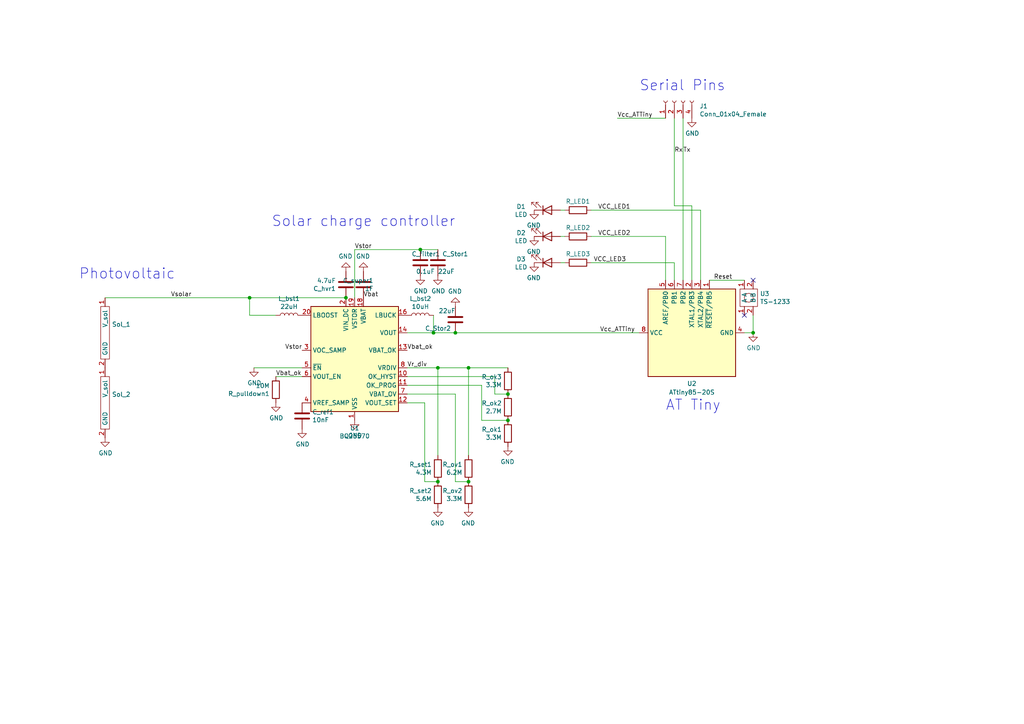
<source format=kicad_sch>
(kicad_sch (version 20211123) (generator eeschema)
  (paper "A4")
  (lib_symbols
    (symbol "Battery_Management:BQ25570"
      (property "Reference" "U" (at -12.7 16.51 0))
      (property "Value" "BQ25570" (at 10.16 16.51 0))
      (symbol "BQ25570_0_1"
        (rectangle (start -12.7 15.24) (end 12.7 -15.24) (stroke (width 0.254)) (fill (type background)))
      )
      (symbol "BQ25570_1_1"
        (pin power_in line (at 0 -17.78 90) (length 2.54) (name "VSS") (number "1"))
        (pin input line (at 15.24 -5.08 180) (length 2.54) (name "OK_HYST") (number "10"))
        (pin input line (at 15.24 -7.62 180) (length 2.54) (name "OK_PROG") (number "11"))
        (pin input line (at 15.24 -12.7 180) (length 2.54) (name "VOUT_SET") (number "12"))
        (pin output line (at 15.24 2.54 180) (length 2.54) (name "VBAT_OK") (number "13"))
        (pin input line (at 15.24 7.62 180) (length 2.54) (name "VOUT") (number "14"))
        (pin passive line (at 0 -17.78 90) (length 2.54) hide (name "VSS") (number "15"))
        (pin passive line (at 15.24 12.7 180) (length 2.54) (name "LBUCK") (number "16"))
        (pin passive line (at 0 -17.78 90) (length 2.54) hide (name "VSS") (number "17"))
        (pin power_in line (at 2.54 17.78 270) (length 2.54) (name "VBAT") (number "18"))
        (pin power_out line (at 0 17.78 270) (length 2.54) (name "VSTOR") (number "19"))
        (pin power_in line (at -2.54 17.78 270) (length 2.54) (name "VIN_DC") (number "2"))
        (pin passive line (at -15.24 12.7 0) (length 2.54) (name "LBOOST") (number "20"))
        (pin passive line (at 0 -17.78 90) (length 2.54) hide (name "VSS") (number "21"))
        (pin input line (at -15.24 2.54 0) (length 2.54) (name "VOC_SAMP") (number "3"))
        (pin passive line (at -15.24 -12.7 0) (length 2.54) (name "VREF_SAMP") (number "4"))
        (pin input line (at -15.24 -2.54 0) (length 2.54) (name "~{EN}") (number "5"))
        (pin input line (at -15.24 -5.08 0) (length 2.54) (name "VOUT_EN") (number "6"))
        (pin input line (at 15.24 -10.16 180) (length 2.54) (name "VBAT_OV") (number "7"))
        (pin output line (at 15.24 -2.54 180) (length 2.54) (name "VRDIV") (number "8"))
        (pin passive line (at 0 -17.78 90) (length 2.54) hide (name "VSS") (number "9"))
      )
    )
    (symbol "Connector:Conn_01x04_Female" (pin_names (offset 1.016) hide)
      (property "Reference" "J" (at 0 5.08 0))
      (property "Value" "Conn_01x04_Female" (at 0 -7.62 0))
      (symbol "Conn_01x04_Female_1_1"
        (arc (start 0 -4.572) (mid -0.508 -5.08) (end 0 -5.588) (stroke (width 0.1524)))
        (arc (start 0 -2.032) (mid -0.508 -2.54) (end 0 -3.048) (stroke (width 0.1524)))
        (polyline (pts (xy -1.27 -5.08) (xy -0.508 -5.08)) (stroke (width 0.1524)))
        (polyline (pts (xy -1.27 -2.54) (xy -0.508 -2.54)) (stroke (width 0.1524)))
        (polyline (pts (xy -1.27 0) (xy -0.508 0)) (stroke (width 0.1524)))
        (polyline (pts (xy -1.27 2.54) (xy -0.508 2.54)) (stroke (width 0.1524)))
        (arc (start 0 0.508) (mid -0.508 0) (end 0 -0.508) (stroke (width 0.1524)))
        (arc (start 0 3.048) (mid -0.508 2.54) (end 0 2.032) (stroke (width 0.1524)))
        (pin passive line (at -5.08 2.54 0) (length 3.81) (name "Pin_1") (number "1"))
        (pin passive line (at -5.08 0 0) (length 3.81) (name "Pin_2") (number "2"))
        (pin passive line (at -5.08 -2.54 0) (length 3.81) (name "Pin_3") (number "3"))
        (pin passive line (at -5.08 -5.08 0) (length 3.81) (name "Pin_4") (number "4"))
      )
    )
    (symbol "Device:C" (pin_numbers hide) (pin_names (offset 0.254))
      (property "Reference" "C" (at 0.635 2.54 0))
      (property "Value" "C" (at 0.635 -2.54 0))
      (symbol "C_0_1"
        (polyline (pts (xy -2.032 -0.762) (xy 2.032 -0.762)) (stroke (width 0.508)))
        (polyline (pts (xy -2.032 0.762) (xy 2.032 0.762)) (stroke (width 0.508)))
      )
      (symbol "C_1_1"
        (pin passive line (at 0 3.81 270) (length 2.794) (name "~") (number "1"))
        (pin passive line (at 0 -3.81 90) (length 2.794) (name "~") (number "2"))
      )
    )
    (symbol "Device:L" (pin_numbers hide) (pin_names (offset 1.016) hide)
      (property "Reference" "L" (at -1.27 0 90))
      (property "Value" "L" (at 1.905 0 90))
      (symbol "L_0_1"
        (arc (start 0 -2.54) (mid 0.635 -1.905) (end 0 -1.27))
        (arc (start 0 -1.27) (mid 0.635 -0.635) (end 0 0))
        (arc (start 0 0) (mid 0.635 0.635) (end 0 1.27))
        (arc (start 0 1.27) (mid 0.635 1.905) (end 0 2.54))
      )
      (symbol "L_1_1"
        (pin passive line (at 0 3.81 270) (length 1.27) (name "1") (number "1"))
        (pin passive line (at 0 -3.81 90) (length 1.27) (name "2") (number "2"))
      )
    )
    (symbol "Device:LED" (pin_numbers hide) (pin_names (offset 1.016) hide)
      (property "Reference" "D" (at 0 2.54 0))
      (property "Value" "LED" (at 0 -2.54 0))
      (symbol "LED_0_1"
        (polyline (pts (xy -1.27 -1.27) (xy -1.27 1.27)) (stroke (width 0.254)))
        (polyline (pts (xy -1.27 0) (xy 1.27 0)))
        (polyline (pts (xy 1.27 -1.27) (xy 1.27 1.27) (xy -1.27 0) (xy 1.27 -1.27)) (stroke (width 0.254)))
        (polyline (pts (xy -3.048 -0.762) (xy -4.572 -2.286) (xy -3.81 -2.286) (xy -4.572 -2.286) (xy -4.572 -1.524)))
        (polyline (pts (xy -1.778 -0.762) (xy -3.302 -2.286) (xy -2.54 -2.286) (xy -3.302 -2.286) (xy -3.302 -1.524)))
      )
      (symbol "LED_1_1"
        (pin passive line (at -3.81 0 0) (length 2.54) (name "K") (number "1"))
        (pin passive line (at 3.81 0 180) (length 2.54) (name "A") (number "2"))
      )
    )
    (symbol "Device:R" (pin_numbers hide) (pin_names (offset 0))
      (property "Reference" "R" (at 2.032 0 90))
      (property "Value" "R" (at 0 0 90))
      (symbol "R_0_1"
        (rectangle (start -1.016 -2.54) (end 1.016 2.54) (stroke (width 0.254)))
      )
      (symbol "R_1_1"
        (pin passive line (at 0 3.81 270) (length 1.27) (name "~") (number "1"))
        (pin passive line (at 0 -3.81 90) (length 1.27) (name "~") (number "2"))
      )
    )
    (symbol "MCU_Microchip_ATtiny:ATtiny85-20S"
      (property "Reference" "U" (at -12.7 13.97 0))
      (property "Value" "ATtiny85-20S" (at 2.54 -13.97 0))
      (symbol "ATtiny85-20S_0_1"
        (rectangle (start -12.7 -12.7) (end 12.7 12.7) (stroke (width 0.254)) (fill (type background)))
      )
      (symbol "ATtiny85-20S_1_1"
        (pin bidirectional line (at 15.24 -5.08 180) (length 2.54) (name "~{RESET}/PB5") (number "1"))
        (pin bidirectional line (at 15.24 0 180) (length 2.54) (name "XTAL1/PB3") (number "2"))
        (pin bidirectional line (at 15.24 -2.54 180) (length 2.54) (name "XTAL2/PB4") (number "3"))
        (pin power_in line (at 0 -15.24 90) (length 2.54) (name "GND") (number "4"))
        (pin bidirectional line (at 15.24 7.62 180) (length 2.54) (name "AREF/PB0") (number "5"))
        (pin bidirectional line (at 15.24 5.08 180) (length 2.54) (name "PB1") (number "6"))
        (pin bidirectional line (at 15.24 2.54 180) (length 2.54) (name "PB2") (number "7"))
        (pin power_in line (at 0 15.24 270) (length 2.54) (name "VCC") (number "8"))
      )
    )
    (symbol "Omamori-rescue:KXOB25-05X3F-own_symbols" (pin_names (offset 1.016))
      (property "Reference" "U" (at -5.08 -3.81 0))
      (property "Value" "KXOB25-05X3F-own_symbols" (at 1.27 -6.35 0))
      (symbol "KXOB25-05X3F-own_symbols_0_1"
        (rectangle (start -6.35 1.27) (end 8.89 -1.27))
      )
      (symbol "KXOB25-05X3F-own_symbols_1_1"
        (pin output line (at 11.43 0 180) (length 2.54) (name "V_sol") (number "1"))
        (pin input line (at -8.89 0 0) (length 2.54) (name "GND") (number "2"))
      )
    )
    (symbol "Omamori-rescue:TS-1233-own_symbols" (pin_names (offset 1.016))
      (property "Reference" "U" (at 0 -3.81 0))
      (property "Value" "TS-1233-own_symbols" (at 0 3.81 0))
      (symbol "TS-1233-own_symbols_0_1"
        (rectangle (start -2.54 2.54) (end 2.54 -2.54))
        (circle (center 0 0) (radius 1.27))
      )
      (symbol "TS-1233-own_symbols_1_1"
        (pin passive line (at -5.08 1.27 0) (length 2.54) (name "A") (number "1"))
        (pin passive line (at 5.08 1.27 180) (length 2.54) (name "A") (number "1"))
        (pin passive line (at -5.08 -1.27 0) (length 2.54) (name "B") (number "2"))
        (pin passive line (at 5.08 -1.27 180) (length 2.54) (name "B") (number "2"))
      )
    )
    (symbol "power:GND" (power) (pin_names (offset 0))
      (property "Value" "GND" (at 0 -3.81 0))
      (symbol "GND_0_1"
        (polyline (pts (xy 0 0) (xy 0 -1.27) (xy 1.27 -1.27) (xy 0 -2.54) (xy -1.27 -1.27) (xy 0 -1.27)))
      )
      (symbol "GND_1_1"
        (pin power_in line (at 0 0 270) (length 0) hide (name "GND") (number "1"))
      )
    )
  )
  (junction (at 147.32 114.3))
  (junction (at 132.08 96.52))
  (junction (at 125.73 96.52))
  (junction (at 135.89 139.7))
  (junction (at 100.33 86.36))
  (junction (at 72.39 86.36))
  (junction (at 127 106.68))
  (junction (at 135.89 106.68))
  (junction (at 121.92 72.39))
  (junction (at 218.44 96.52))
  (junction (at 147.32 121.92))
  (junction (at 127 139.7))
  (no_connect (at 218.44 81.28))
  (no_connect (at 215.9 91.44))
  (wire (pts (xy 132.08 139.7) (xy 132.08 114.3)))
  (wire (pts (xy 80.01 109.22) (xy 87.63 109.22)))
  (wire (pts (xy 102.87 72.39) (xy 102.87 86.36)))
  (wire (pts (xy 203.2 60.96) (xy 203.2 81.28)))
  (wire (pts (xy 193.04 68.58) (xy 193.04 81.28)))
  (wire (pts (xy 121.92 72.39) (xy 102.87 72.39)))
  (wire (pts (xy 135.89 132.08) (xy 135.89 106.68)))
  (wire (pts (xy 198.12 34.29) (xy 198.12 81.28)))
  (wire (pts (xy 200.66 59.69) (xy 200.66 81.28)))
  (wire (pts (xy 162.56 68.58) (xy 163.83 68.58)))
  (wire (pts (xy 127 139.7) (xy 123.19 139.7)))
  (wire (pts (xy 139.7 121.92) (xy 147.32 121.92)))
  (wire (pts (xy 72.39 86.36) (xy 72.39 91.44)))
  (wire (pts (xy 123.19 139.7) (xy 123.19 116.84)))
  (wire (pts (xy 162.56 76.2) (xy 163.83 76.2)))
  (wire (pts (xy 195.58 59.69) (xy 200.66 59.69)))
  (wire (pts (xy 195.58 34.29) (xy 195.58 59.69)))
  (wire (pts (xy 171.45 68.58) (xy 193.04 68.58)))
  (wire (pts (xy 132.08 114.3) (xy 118.11 114.3)))
  (wire (pts (xy 143.51 109.22) (xy 143.51 114.3)))
  (wire (pts (xy 127 72.39) (xy 121.92 72.39)))
  (wire (pts (xy 127 106.68) (xy 118.11 106.68)))
  (wire (pts (xy 135.89 139.7) (xy 132.08 139.7)))
  (wire (pts (xy 195.58 76.2) (xy 195.58 81.28)))
  (wire (pts (xy 125.73 96.52) (xy 125.73 91.44)))
  (wire (pts (xy 127 132.08) (xy 127 106.68)))
  (wire (pts (xy 118.11 111.76) (xy 139.7 111.76)))
  (wire (pts (xy 125.73 96.52) (xy 132.08 96.52)))
  (wire (pts (xy 185.42 96.52) (xy 132.08 96.52)))
  (wire (pts (xy 193.04 34.29) (xy 179.07 34.29)))
  (wire (pts (xy 123.19 116.84) (xy 118.11 116.84)))
  (wire (pts (xy 118.11 96.52) (xy 125.73 96.52)))
  (wire (pts (xy 143.51 114.3) (xy 147.32 114.3)))
  (wire (pts (xy 118.11 109.22) (xy 143.51 109.22)))
  (wire (pts (xy 73.66 106.68) (xy 87.63 106.68)))
  (wire (pts (xy 100.33 86.36) (xy 72.39 86.36)))
  (wire (pts (xy 135.89 106.68) (xy 127 106.68)))
  (wire (pts (xy 162.56 60.96) (xy 163.83 60.96)))
  (wire (pts (xy 171.45 76.2) (xy 195.58 76.2)))
  (wire (pts (xy 30.48 86.36) (xy 72.39 86.36)))
  (wire (pts (xy 205.74 81.28) (xy 215.9 81.28)))
  (wire (pts (xy 135.89 106.68) (xy 147.32 106.68)))
  (wire (pts (xy 72.39 91.44) (xy 80.01 91.44)))
  (wire (pts (xy 139.7 111.76) (xy 139.7 121.92)))
  (wire (pts (xy 171.45 60.96) (xy 203.2 60.96)))
  (wire (pts (xy 215.9 96.52) (xy 218.44 96.52)))
  (wire (pts (xy 218.44 91.44) (xy 218.44 96.52)))
  (text "Photovoltaic" (at 22.86 81.28 0) (effects (font (size 2.9972 2.9972)) (justify left bottom)))
  (text "Serial Pins\n" (at 185.42 26.67 0) (effects (font (size 2.9972 2.9972)) (justify left bottom)))
  (text "Solar charge controller" (at 78.74 66.04 0) (effects (font (size 2.9972 2.9972)) (justify left bottom)))
  (text "AT Tiny\n" (at 193.04 119.38 0) (effects (font (size 2.9972 2.9972)) (justify left bottom)))
  (label "Vstor" (at 87.63 101.6 180))
  (label "Vbat_ok" (at 118.11 101.6 0))
  (label "Vsolar" (at 49.53 86.36 0))
  (label "Vbat" (at 105.41 86.36 0))
  (label "VCC_LED2" (at 182.88 68.58 180))
  (label "Vcc_ATTiny" (at 173.99 96.52 0))
  (label "Vcc_ATTiny" (at 179.07 34.29 0))
  (label "VCC_LED1" (at 182.88 60.96 180))
  (label "Vstor" (at 102.87 72.39 0))
  (label "Vbat_ok" (at 80.01 109.22 0))
  (label "Vr_div" (at 118.11 106.68 0))
  (label "VCC_LED3" (at 181.61 76.2 180))
  (label "Rx" (at 195.58 44.45 0))
  (label "Reset" (at 207.01 81.28 0))
  (label "Tx" (at 198.12 44.45 0))
  (symbol (lib_id "power:GND") (at 105.41 78.74 180) (unit 1)
    (property "Reference" "#PWR012" (effects hide))
    (property "Value" "GND" (at 105.283 74.3458 0))
  )
  (symbol (lib_id "power:GND") (at 102.87 121.92 0) (unit 1)
    (property "Reference" "#PWR011" (effects hide))
    (property "Value" "GND" (at 102.997 126.3142 0))
  )
  (symbol (lib_id "Device:C") (at 105.41 82.55 0) (unit 1)
    (property "Reference" "C_super1" (at 108.331 81.3816 0) (effects (justify right)))
    (property "Value" "1F" (at 108.331 83.693 0) (effects (justify right)))
    (property "Footprint" "own_footprints:Supercap_1F" (effects hide))
  )
  (symbol (lib_id "power:GND") (at 135.89 147.32 0) (mirror y) (unit 1)
    (property "Reference" "#PWR03" (effects hide))
    (property "Value" "GND" (at 135.763 151.7142 0))
  )
  (symbol (lib_id "power:GND") (at 127 147.32 0) (mirror y) (unit 1)
    (property "Reference" "#PWR05" (effects hide))
    (property "Value" "GND" (at 126.873 151.7142 0))
  )
  (symbol (lib_id "Omamori-rescue:KXOB25-05X3F-own_symbols") (at 30.48 118.11 90) (unit 1)
    (property "Reference" "Sol_2" (at 32.4612 114.4016 90) (effects (justify right)))
    (property "Value" "KXOB25-05X3F" (effects hide))
    (property "Footprint" "own_footprints:KXOB25-05X3F" (effects hide))
  )
  (symbol (lib_id "Omamori-rescue:KXOB25-05X3F-own_symbols") (at 30.48 97.79 90) (unit 1)
    (property "Reference" "Sol_1" (at 32.4612 94.0816 90) (effects (justify right)))
    (property "Value" "KXOB25-05X3F" (effects hide))
    (property "Footprint" "own_footprints:KXOB25-05X3F" (effects hide))
  )
  (symbol (lib_id "power:GND") (at 30.48 127 0) (unit 1)
    (property "Reference" "#PWR01" (effects hide))
    (property "Value" "GND" (at 30.607 131.3942 0))
  )
  (symbol (lib_id "Device:C") (at 100.33 82.55 180) (unit 1)
    (property "Reference" "C_hvr1" (at 97.409 83.7184 0) (effects (justify left)))
    (property "Value" "4.7uF" (at 97.409 81.407 0) (effects (justify left)))
    (property "Footprint" "Capacitor_SMD:C_0805_2012Metric_Pad1.18x1.45mm_HandSolder" (effects hide))
  )
  (symbol (lib_id "power:GND") (at 100.33 78.74 180) (unit 1)
    (property "Reference" "#PWR04" (effects hide))
    (property "Value" "GND" (at 100.203 74.3458 0))
  )
  (symbol (lib_id "Device:L") (at 83.82 91.44 90) (unit 1)
    (property "Reference" "L_bst1" (at 83.82 86.614 90))
    (property "Value" "22uH" (at 83.82 88.9254 90))
    (property "Footprint" "Inductor_SMD:L_Wuerth_MAPI-3015" (effects hide))
  )
  (symbol (lib_id "Device:C") (at 87.63 120.65 0) (unit 1)
    (property "Reference" "C_ref1" (at 90.551 119.4816 0) (effects (justify left)))
    (property "Value" "10nF" (at 90.551 121.793 0) (effects (justify left)))
    (property "Footprint" "Capacitor_SMD:C_0603_1608Metric_Pad1.05x0.95mm_HandSolder" (effects hide))
  )
  (symbol (lib_id "power:GND") (at 87.63 124.46 0) (unit 1)
    (property "Reference" "#PWR07" (effects hide))
    (property "Value" "GND" (at 87.757 128.8542 0))
  )
  (symbol (lib_id "Device:C") (at 121.92 76.2 0) (unit 1)
    (property "Reference" "C_filter1" (at 119.38 73.66 0) (effects (justify left)))
    (property "Value" "0.1uF" (at 120.65 78.74 0) (effects (justify left)))
    (property "Footprint" "Capacitor_SMD:C_0603_1608Metric_Pad1.05x0.95mm_HandSolder" (effects hide))
  )
  (symbol (lib_id "power:GND") (at 121.92 80.01 0) (unit 1)
    (property "Reference" "#PWR014" (effects hide))
    (property "Value" "GND" (at 122.047 84.4042 0))
  )
  (symbol (lib_id "Connector:Conn_01x04_Female") (at 195.58 29.21 90) (unit 1)
    (property "Reference" "J1" (at 202.8952 30.7848 90) (effects (justify right)))
    (property "Value" "Conn_01x04_Female" (at 202.8952 33.0962 90) (effects (justify right)))
    (property "Footprint" "Connector_PinHeader_1.27mm:PinHeader_1x04_P1.27mm_Horizontal" (effects hide))
  )
  (symbol (lib_id "Device:R") (at 147.32 125.73 0) (mirror y) (unit 1)
    (property "Reference" "R_ok1" (at 145.542 124.5616 0) (effects (justify left)))
    (property "Value" "3.3M" (at 145.542 126.873 0) (effects (justify left)))
    (property "Footprint" "Resistor_SMD:R_0603_1608Metric_Pad1.05x0.95mm_HandSolder" (effects hide))
  )
  (symbol (lib_id "Device:R") (at 147.32 118.11 0) (mirror y) (unit 1)
    (property "Reference" "R_ok2" (at 145.542 116.9416 0) (effects (justify left)))
    (property "Value" "2.7M" (at 145.542 119.253 0) (effects (justify left)))
    (property "Footprint" "Resistor_SMD:R_0603_1608Metric_Pad1.05x0.95mm_HandSolder" (effects hide))
  )
  (symbol (lib_id "Device:R") (at 147.32 110.49 0) (mirror y) (unit 1)
    (property "Reference" "R_ok3" (at 145.542 109.3216 0) (effects (justify left)))
    (property "Value" "3.3M" (at 145.542 111.633 0) (effects (justify left)))
    (property "Footprint" "Resistor_SMD:R_0603_1608Metric_Pad1.05x0.95mm_HandSolder" (effects hide))
  )
  (symbol (lib_id "Device:R") (at 167.64 68.58 90) (mirror x) (unit 1)
    (property "Reference" "R_LED2" (at 167.64 66.04 90))
    (property "Value" "500" (effects hide))
    (property "Footprint" "Resistor_SMD:R_0603_1608Metric_Pad1.05x0.95mm_HandSolder" (effects hide))
  )
  (symbol (lib_id "power:GND") (at 147.32 129.54 0) (mirror y) (unit 1)
    (property "Reference" "#PWR02" (effects hide))
    (property "Value" "GND" (at 147.193 133.9342 0))
  )
  (symbol (lib_id "Device:R") (at 135.89 135.89 0) (mirror y) (unit 1)
    (property "Reference" "R_ov1" (at 134.112 134.7216 0) (effects (justify left)))
    (property "Value" "6.2M" (at 134.112 137.033 0) (effects (justify left)))
    (property "Footprint" "Resistor_SMD:R_0603_1608Metric_Pad1.05x0.95mm_HandSolder" (effects hide))
  )
  (symbol (lib_id "Device:R") (at 135.89 143.51 0) (mirror y) (unit 1)
    (property "Reference" "R_ov2" (at 134.112 142.3416 0) (effects (justify left)))
    (property "Value" "3.3M" (at 134.112 144.653 0) (effects (justify left)))
    (property "Footprint" "Resistor_SMD:R_0603_1608Metric_Pad1.05x0.95mm_HandSolder" (effects hide))
  )
  (symbol (lib_id "Device:R") (at 127 143.51 0) (mirror y) (unit 1)
    (property "Reference" "R_set2" (at 125.222 142.3416 0) (effects (justify left)))
    (property "Value" "5.6M" (at 125.222 144.653 0) (effects (justify left)))
    (property "Footprint" "Resistor_SMD:R_0603_1608Metric_Pad1.05x0.95mm_HandSolder" (effects hide))
  )
  (symbol (lib_id "Device:R") (at 127 135.89 0) (mirror y) (unit 1)
    (property "Reference" "R_set1" (at 125.222 134.7216 0) (effects (justify left)))
    (property "Value" "4.3M" (at 125.222 137.033 0) (effects (justify left)))
    (property "Footprint" "Resistor_SMD:R_0603_1608Metric_Pad1.05x0.95mm_HandSolder" (effects hide))
  )
  (symbol (lib_id "Omamori-rescue:TS-1233-own_symbols") (at 217.17 86.36 90) (unit 1)
    (property "Reference" "U3" (at 220.4212 85.1916 90) (effects (justify right)))
    (property "Value" "TS-1233" (at 220.4212 87.503 90) (effects (justify right)))
    (property "Footprint" "own_footprints:TS-1233" (effects hide))
  )
  (symbol (lib_id "power:GND") (at 127 80.01 0) (unit 1)
    (property "Reference" "#PWR0101" (effects hide))
    (property "Value" "GND" (at 127.127 84.4042 0))
  )
  (symbol (lib_id "Device:C") (at 127 76.2 0) (unit 1)
    (property "Reference" "C_Stor1" (at 128.27 73.66 0) (effects (justify left)))
    (property "Value" "22uF" (at 127 78.74 0) (effects (justify left)))
    (property "Footprint" "Capacitor_SMD:C_0805_2012Metric_Pad1.18x1.45mm_HandSolder" (effects hide))
  )
  (symbol (lib_id "Device:R") (at 80.01 113.03 180) (unit 1)
    (property "Reference" "R_pulldown1" (at 78.232 114.1984 0) (effects (justify left)))
    (property "Value" "10M" (at 78.232 111.887 0) (effects (justify left)))
    (property "Footprint" "Resistor_SMD:R_0603_1608Metric_Pad1.05x0.95mm_HandSolder" (effects hide))
  )
  (symbol (lib_id "power:GND") (at 80.01 116.84 0) (unit 1)
    (property "Reference" "#PWR0102" (effects hide))
    (property "Value" "GND" (at 80.137 121.2342 0))
  )
  (symbol (lib_id "Battery_Management:BQ25570") (at 102.87 104.14 0) (unit 1)
    (property "Reference" "U1" (at 102.87 124.1806 0))
    (property "Value" "BQ25570" (at 102.87 126.492 0))
    (property "Footprint" "Package_DFN_QFN:QFN-20-1EP_3.5x3.5mm_P0.5mm_EP2x2mm" (effects hide))
    (property "Datasheet" "http://www.ti.com/lit/ds/symlink/bq25570.pdf" (effects hide))
  )
  (symbol (lib_id "power:GND") (at 73.66 106.68 0) (unit 1)
    (property "Reference" "#PWR0103" (effects hide))
    (property "Value" "GND" (at 73.787 111.0742 0))
  )
  (symbol (lib_id "Device:LED") (at 158.75 68.58 0) (mirror x) (unit 1)
    (property "Reference" "D2" (at 151.13 67.5386 0))
    (property "Value" "LED" (at 151.13 69.85 0))
    (property "Footprint" "LED_SMD:LED_1210_3225Metric_Pad1.42x2.65mm_HandSolder" (effects hide))
  )
  (symbol (lib_id "Device:R") (at 167.64 76.2 90) (mirror x) (unit 1)
    (property "Reference" "R_LED3" (at 167.64 73.66 90))
    (property "Value" "500" (effects hide))
    (property "Footprint" "Resistor_SMD:R_0603_1608Metric_Pad0.98x0.95mm_HandSolder" (effects hide))
  )
  (symbol (lib_id "Device:LED") (at 158.75 76.2 0) (mirror x) (unit 1)
    (property "Reference" "D3" (at 151.13 75.1586 0))
    (property "Value" "LED" (at 151.13 77.47 0))
    (property "Footprint" "LED_SMD:LED_1210_3225Metric_Pad1.42x2.65mm_HandSolder" (effects hide))
  )
  (symbol (lib_id "Device:L") (at 121.92 91.44 90) (unit 1)
    (property "Reference" "L_bst2" (at 121.92 86.614 90))
    (property "Value" "10uH" (at 121.92 88.9254 90))
    (property "Footprint" "Inductor_SMD:L_Wuerth_MAPI-3015" (effects hide))
  )
  (symbol (lib_id "power:GND") (at 132.08 88.9 180) (unit 1)
    (property "Reference" "#PWR0109" (effects hide))
    (property "Value" "GND" (at 131.953 84.5058 0))
  )
  (symbol (lib_id "Device:C") (at 132.08 92.71 180) (unit 1)
    (property "Reference" "C_Stor2" (at 130.81 95.25 0) (effects (justify left)))
    (property "Value" "22uF" (at 132.08 90.17 0) (effects (justify left)))
    (property "Footprint" "Capacitor_SMD:C_0805_2012Metric_Pad1.18x1.45mm_HandSolder" (effects hide))
  )
  (symbol (lib_id "power:GND") (at 218.44 96.52 0) (unit 1)
    (property "Reference" "#PWR0105" (effects hide))
    (property "Value" "GND" (at 218.567 100.9142 0))
  )
  (symbol (lib_id "power:GND") (at 154.94 76.2 0) (mirror y) (unit 1)
    (property "Reference" "#PWR0106" (effects hide))
    (property "Value" "GND" (at 154.813 80.5942 0))
  )
  (symbol (lib_id "power:GND") (at 154.94 68.58 0) (mirror y) (unit 1)
    (property "Reference" "#PWR0107" (effects hide))
    (property "Value" "GND" (at 154.813 72.9742 0))
  )
  (symbol (lib_id "power:GND") (at 200.66 34.29 0) (unit 1)
    (property "Reference" "#PWR0108" (effects hide))
    (property "Value" "GND" (at 200.787 38.6842 0))
  )
  (symbol (lib_id "power:GND") (at 154.94 60.96 0) (mirror y) (unit 1)
    (property "Reference" "#PWR0104" (effects hide))
    (property "Value" "GND" (at 154.813 65.3542 0))
  )
  (symbol (lib_id "Device:LED") (at 158.75 60.96 0) (mirror x) (unit 1)
    (property "Reference" "D1" (at 151.13 59.9186 0))
    (property "Value" "LED" (at 151.13 62.23 0))
    (property "Footprint" "LED_SMD:LED_1210_3225Metric_Pad1.42x2.65mm_HandSolder" (effects hide))
  )
  (symbol (lib_id "Device:R") (at 167.64 60.96 90) (mirror x) (unit 1)
    (property "Reference" "R_LED1" (at 167.64 58.42 90))
    (property "Value" "500" (effects hide))
    (property "Footprint" "Resistor_SMD:R_0603_1608Metric_Pad0.98x0.95mm_HandSolder" (effects hide))
  )
  (symbol (lib_id "MCU_Microchip_ATtiny:ATtiny85-20S") (at 200.66 96.52 90) (unit 1)
    (property "Reference" "U2" (at 200.66 111.2504 90))
    (property "Value" "ATtiny85-20S" (at 200.66 113.7873 90))
    (property "Footprint" "Package_SO:SOIC-8W_5.3x5.3mm_P1.27mm" (effects hide))
    (property "Datasheet" "http://ww1.microchip.com/downloads/en/DeviceDoc/atmel-2586-avr-8-bit-microcontroller-attiny25-attiny45-attiny85_datasheet.pdf" (effects hide))
  )
)
</source>
